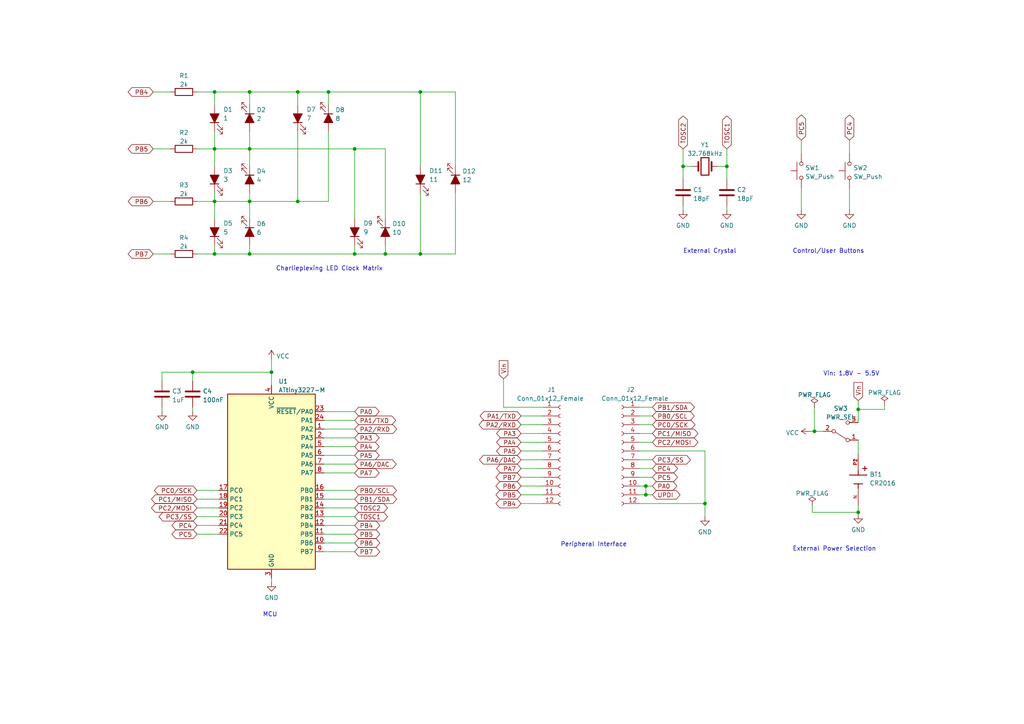
<source format=kicad_sch>
(kicad_sch (version 20211123) (generator eeschema)
  (paper "A4")
  (title_block (title "tinyAVR 2-Series Business Card + Clock + Dev Board") (date "2024-05-10") (rev "1.0") (company "www.e-tinkers.com") (comment 1 "Hackaday 2024 Business Card Challenge Contest") (comment 2 "Designed By: Henry Cheung"))
  (lib_symbols
    (symbol "Connector:Conn_01x12_Female" (pin_names (offset 1.016) hide)
      (property "Reference" "J" (at 0 15.24 0))
      (property "Value" "Conn_01x12_Female" (at 0 -17.78 0))
      (symbol "Conn_01x12_Female_1_1"
        (arc (start 0 -14.732) (mid -0.508 -15.24) (end 0 -15.748) (stroke (width 0.1524)))
        (arc (start 0 -12.192) (mid -0.508 -12.7) (end 0 -13.208) (stroke (width 0.1524)))
        (arc (start 0 -9.652) (mid -0.508 -10.16) (end 0 -10.668) (stroke (width 0.1524)))
        (arc (start 0 -7.112) (mid -0.508 -7.62) (end 0 -8.128) (stroke (width 0.1524)))
        (arc (start 0 -4.572) (mid -0.508 -5.08) (end 0 -5.588) (stroke (width 0.1524)))
        (arc (start 0 -2.032) (mid -0.508 -2.54) (end 0 -3.048) (stroke (width 0.1524)))
        (polyline (pts (xy -1.27 -15.24) (xy -0.508 -15.24)) (stroke (width 0.1524)))
        (polyline (pts (xy -1.27 -12.7) (xy -0.508 -12.7)) (stroke (width 0.1524)))
        (polyline (pts (xy -1.27 -10.16) (xy -0.508 -10.16)) (stroke (width 0.1524)))
        (polyline (pts (xy -1.27 -7.62) (xy -0.508 -7.62)) (stroke (width 0.1524)))
        (polyline (pts (xy -1.27 -5.08) (xy -0.508 -5.08)) (stroke (width 0.1524)))
        (polyline (pts (xy -1.27 -2.54) (xy -0.508 -2.54)) (stroke (width 0.1524)))
        (polyline (pts (xy -1.27 0) (xy -0.508 0)) (stroke (width 0.1524)))
        (polyline (pts (xy -1.27 2.54) (xy -0.508 2.54)) (stroke (width 0.1524)))
        (polyline (pts (xy -1.27 5.08) (xy -0.508 5.08)) (stroke (width 0.1524)))
        (polyline (pts (xy -1.27 7.62) (xy -0.508 7.62)) (stroke (width 0.1524)))
        (polyline (pts (xy -1.27 10.16) (xy -0.508 10.16)) (stroke (width 0.1524)))
        (polyline (pts (xy -1.27 12.7) (xy -0.508 12.7)) (stroke (width 0.1524)))
        (arc (start 0 0.508) (mid -0.508 0) (end 0 -0.508) (stroke (width 0.1524)))
        (arc (start 0 3.048) (mid -0.508 2.54) (end 0 2.032) (stroke (width 0.1524)))
        (arc (start 0 5.588) (mid -0.508 5.08) (end 0 4.572) (stroke (width 0.1524)))
        (arc (start 0 8.128) (mid -0.508 7.62) (end 0 7.112) (stroke (width 0.1524)))
        (arc (start 0 10.668) (mid -0.508 10.16) (end 0 9.652) (stroke (width 0.1524)))
        (arc (start 0 13.208) (mid -0.508 12.7) (end 0 12.192) (stroke (width 0.1524)))
        (pin passive line (at -5.08 12.7 0) (length 3.81) (name "Pin_1") (number "1"))
        (pin passive line (at -5.08 -10.16 0) (length 3.81) (name "Pin_10") (number "10"))
        (pin passive line (at -5.08 -12.7 0) (length 3.81) (name "Pin_11") (number "11"))
        (pin passive line (at -5.08 -15.24 0) (length 3.81) (name "Pin_12") (number "12"))
        (pin passive line (at -5.08 10.16 0) (length 3.81) (name "Pin_2") (number "2"))
        (pin passive line (at -5.08 7.62 0) (length 3.81) (name "Pin_3") (number "3"))
        (pin passive line (at -5.08 5.08 0) (length 3.81) (name "Pin_4") (number "4"))
        (pin passive line (at -5.08 2.54 0) (length 3.81) (name "Pin_5") (number "5"))
        (pin passive line (at -5.08 0 0) (length 3.81) (name "Pin_6") (number "6"))
        (pin passive line (at -5.08 -2.54 0) (length 3.81) (name "Pin_7") (number "7"))
        (pin passive line (at -5.08 -5.08 0) (length 3.81) (name "Pin_8") (number "8"))
        (pin passive line (at -5.08 -7.62 0) (length 3.81) (name "Pin_9") (number "9"))
      )
    )
    (symbol "Device:C" (pin_numbers hide) (pin_names (offset 0.254))
      (property "Reference" "C" (at 0.635 2.54 0))
      (property "Value" "C" (at 0.635 -2.54 0))
      (symbol "C_0_1"
        (polyline (pts (xy -2.032 -0.762) (xy 2.032 -0.762)) (stroke (width 0.508)))
        (polyline (pts (xy -2.032 0.762) (xy 2.032 0.762)) (stroke (width 0.508)))
      )
      (symbol "C_1_1"
        (pin passive line (at 0 3.81 270) (length 2.794) (name "~") (number "1"))
        (pin passive line (at 0 -3.81 90) (length 2.794) (name "~") (number "2"))
      )
    )
    (symbol "Device:Crystal" (pin_numbers hide) (pin_names (offset 1.016) hide)
      (property "Reference" "Y" (at 0 3.81 0))
      (property "Value" "Crystal" (at 0 -3.81 0))
      (symbol "Crystal_0_1"
        (rectangle (start -1.143 2.54) (end 1.143 -2.54) (stroke (width 0.3048)))
        (polyline (pts (xy -2.54 0) (xy -1.905 0)))
        (polyline (pts (xy -1.905 -1.27) (xy -1.905 1.27)) (stroke (width 0.508)))
        (polyline (pts (xy 1.905 -1.27) (xy 1.905 1.27)) (stroke (width 0.508)))
        (polyline (pts (xy 2.54 0) (xy 1.905 0)))
      )
      (symbol "Crystal_1_1"
        (pin passive line (at -3.81 0 0) (length 1.27) (name "1") (number "1"))
        (pin passive line (at 3.81 0 180) (length 1.27) (name "2") (number "2"))
      )
    )
    (symbol "Device:LED_Filled" (pin_numbers hide) (pin_names (offset 1.016) hide)
      (property "Reference" "D" (at 0 2.54 0))
      (property "Value" "LED_Filled" (at 0 -2.54 0))
      (symbol "LED_Filled_0_1"
        (polyline (pts (xy -1.27 -1.27) (xy -1.27 1.27)) (stroke (width 0.254)))
        (polyline (pts (xy -1.27 0) (xy 1.27 0)))
        (polyline (pts (xy 1.27 -1.27) (xy 1.27 1.27) (xy -1.27 0) (xy 1.27 -1.27)) (stroke (width 0.254)) (fill (type outline)))
        (polyline (pts (xy -3.048 -0.762) (xy -4.572 -2.286) (xy -3.81 -2.286) (xy -4.572 -2.286) (xy -4.572 -1.524)))
        (polyline (pts (xy -1.778 -0.762) (xy -3.302 -2.286) (xy -2.54 -2.286) (xy -3.302 -2.286) (xy -3.302 -1.524)))
      )
      (symbol "LED_Filled_1_1"
        (pin passive line (at -3.81 0 0) (length 2.54) (name "K") (number "1"))
        (pin passive line (at 3.81 0 180) (length 2.54) (name "A") (number "2"))
      )
    )
    (symbol "Device:R" (pin_numbers hide) (pin_names (offset 0))
      (property "Reference" "R" (at 2.032 0 90))
      (property "Value" "R" (at 0 0 90))
      (symbol "R_0_1"
        (rectangle (start -1.016 -2.54) (end 1.016 2.54) (stroke (width 0.254)))
      )
      (symbol "R_1_1"
        (pin passive line (at 0 3.81 270) (length 1.27) (name "~") (number "1"))
        (pin passive line (at 0 -3.81 90) (length 1.27) (name "~") (number "2"))
      )
    )
    (symbol "MCU_Microchip_ATtiny:ATtiny3217-M"
      (property "Reference" "U" (at -12.7 26.67 0))
      (property "Value" "ATtiny3217-M" (at 2.54 -26.67 0))
      (symbol "ATtiny3217-M_0_1"
        (rectangle (start -12.7 -25.4) (end 12.7 25.4) (stroke (width 0.254)) (fill (type background)))
      )
      (symbol "ATtiny3217-M_1_1"
        (pin bidirectional line (at 15.24 15.24 180) (length 2.54) (name "PA2") (number "1"))
        (pin bidirectional line (at 15.24 -17.78 180) (length 2.54) (name "PB6") (number "10"))
        (pin bidirectional line (at 15.24 -15.24 180) (length 2.54) (name "PB5") (number "11"))
        (pin bidirectional line (at 15.24 -12.7 180) (length 2.54) (name "PB4") (number "12"))
        (pin bidirectional line (at 15.24 -10.16 180) (length 2.54) (name "PB3") (number "13"))
        (pin bidirectional line (at 15.24 -7.62 180) (length 2.54) (name "PB2") (number "14"))
        (pin bidirectional line (at 15.24 -5.08 180) (length 2.54) (name "PB1") (number "15"))
        (pin bidirectional line (at 15.24 -2.54 180) (length 2.54) (name "PB0") (number "16"))
        (pin bidirectional line (at -15.24 -2.54 0) (length 2.54) (name "PC0") (number "17"))
        (pin bidirectional line (at -15.24 -5.08 0) (length 2.54) (name "PC1") (number "18"))
        (pin bidirectional line (at -15.24 -7.62 0) (length 2.54) (name "PC2") (number "19"))
        (pin bidirectional line (at 15.24 12.7 180) (length 2.54) (name "PA3") (number "2"))
        (pin bidirectional line (at -15.24 -10.16 0) (length 2.54) (name "PC3") (number "20"))
        (pin bidirectional line (at -15.24 -12.7 0) (length 2.54) (name "PC4") (number "21"))
        (pin bidirectional line (at -15.24 -15.24 0) (length 2.54) (name "PC5") (number "22"))
        (pin bidirectional line (at 15.24 20.32 180) (length 2.54) (name "~{RESET}/PA0") (number "23"))
        (pin bidirectional line (at 15.24 17.78 180) (length 2.54) (name "PA1") (number "24"))
        (pin passive line (at 0 -27.94 90) (length 2.54) hide (name "GND") (number "25"))
        (pin power_in line (at 0 -27.94 90) (length 2.54) (name "GND") (number "3"))
        (pin power_in line (at 0 27.94 270) (length 2.54) (name "VCC") (number "4"))
        (pin bidirectional line (at 15.24 10.16 180) (length 2.54) (name "PA4") (number "5"))
        (pin bidirectional line (at 15.24 7.62 180) (length 2.54) (name "PA5") (number "6"))
        (pin bidirectional line (at 15.24 5.08 180) (length 2.54) (name "PA6") (number "7"))
        (pin bidirectional line (at 15.24 2.54 180) (length 2.54) (name "PA7") (number "8"))
        (pin bidirectional line (at 15.24 -20.32 180) (length 2.54) (name "PB7") (number "9"))
      )
    )
    (symbol "Switch:SW_Push" (pin_numbers hide) (pin_names (offset 1.016) hide)
      (property "Reference" "SW" (at 1.27 2.54 0))
      (property "Value" "SW_Push" (at 0 -1.524 0))
      (symbol "SW_Push_0_1"
        (circle (center -2.032 0) (radius 0.508))
        (polyline (pts (xy 0 1.27) (xy 0 3.048)))
        (polyline (pts (xy 2.54 1.27) (xy -2.54 1.27)))
        (circle (center 2.032 0) (radius 0.508))
        (pin passive line (at -5.08 0 0) (length 2.54) (name "1") (number "1"))
        (pin passive line (at 5.08 0 180) (length 2.54) (name "2") (number "2"))
      )
    )
    (symbol "Switch:SW_SPDT" (pin_names (offset 0) hide)
      (property "Reference" "SW" (at 0 4.318 0))
      (property "Value" "SW_SPDT" (at 0 -5.08 0))
      (symbol "SW_SPDT_0_0"
        (circle (center -2.032 0) (radius 0.508))
        (circle (center 2.032 -2.54) (radius 0.508))
      )
      (symbol "SW_SPDT_0_1"
        (polyline (pts (xy -1.524 0.254) (xy 1.651 2.286)))
        (circle (center 2.032 2.54) (radius 0.508))
      )
      (symbol "SW_SPDT_1_1"
        (pin passive line (at 5.08 2.54 180) (length 2.54) (name "A") (number "1"))
        (pin passive line (at -5.08 0 0) (length 2.54) (name "B") (number "2"))
        (pin passive line (at 5.08 -2.54 180) (length 2.54) (name "C") (number "3"))
      )
    )
    (symbol "my_library:BatteryHolder_Coin_Cell" (pin_names (offset 1.016))
      (property "Reference" "BT" (at -3.81 3.81 0))
      (property "Value" "BatteryHolder_Coin_Cell" (at -3.81 -5.08 0))
      (symbol "BatteryHolder_Coin_Cell_0_0"
        (polyline (pts (xy -3.81 1.905) (xy -2.54 1.905)) (stroke (width 0.254)))
        (polyline (pts (xy -3.175 2.54) (xy -3.175 1.27)) (stroke (width 0.254)))
        (polyline (pts (xy -1.27 0) (xy -2.54 0)) (stroke (width 0.254)))
        (polyline (pts (xy -1.27 0) (xy -1.27 -2.54)) (stroke (width 0.254)))
        (polyline (pts (xy -1.27 2.54) (xy -1.27 0)) (stroke (width 0.254)))
        (polyline (pts (xy 1.27 0) (xy 1.27 -1.27)) (stroke (width 0.254)))
        (polyline (pts (xy 1.27 0) (xy 2.54 0)) (stroke (width 0.254)))
        (polyline (pts (xy 1.27 1.27) (xy 1.27 0)) (stroke (width 0.254)))
        (pin passive line (at 7.62 0 180) (length 5.08) (name "~") (number "N"))
        (pin passive line (at -7.62 0 0) (length 5.08) (name "~") (number "P1"))
        (pin passive line (at -7.62 0 0) (length 5.08) (name "~") (number "P2"))
      )
    )
    (symbol "power:GND" (power) (pin_names (offset 0))
      (property "Value" "GND" (at 0 -3.81 0))
      (symbol "GND_0_1"
        (polyline (pts (xy 0 0) (xy 0 -1.27) (xy 1.27 -1.27) (xy 0 -2.54) (xy -1.27 -1.27) (xy 0 -1.27)))
      )
      (symbol "GND_1_1"
        (pin power_in line (at 0 0 270) (length 0) hide (name "GND") (number "1"))
      )
    )
    (symbol "power:PWR_FLAG" (power) (pin_numbers hide) (pin_names (offset 0) hide)
      (property "Value" "PWR_FLAG" (at 0 3.81 0))
      (symbol "PWR_FLAG_0_0"
        (pin power_out line (at 0 0 90) (length 0) (name "pwr") (number "1"))
      )
      (symbol "PWR_FLAG_0_1"
        (polyline (pts (xy 0 0) (xy 0 1.27) (xy -1.016 1.905) (xy 0 2.54) (xy 1.016 1.905) (xy 0 1.27)))
      )
    )
    (symbol "power:VCC" (power) (pin_names (offset 0))
      (property "Value" "VCC" (at 0 3.81 0))
      (symbol "VCC_0_1"
        (polyline (pts (xy -0.762 1.27) (xy 0 2.54)))
        (polyline (pts (xy 0 0) (xy 0 2.54)))
        (polyline (pts (xy 0 2.54) (xy 0.762 1.27)))
      )
      (symbol "VCC_1_1"
        (pin power_in line (at 0 0 90) (length 0) hide (name "VCC") (number "1"))
      )
    )
  )
  (junction (at 62.23 43.18))
  (junction (at 72.39 58.42))
  (junction (at 86.36 58.42))
  (junction (at 78.74 107.95))
  (junction (at 62.23 58.42))
  (junction (at 72.39 26.67))
  (junction (at 102.87 73.66))
  (junction (at 121.92 73.66))
  (junction (at 95.25 26.67))
  (junction (at 187.325 143.51))
  (junction (at 86.36 26.67))
  (junction (at 204.47 146.05))
  (junction (at 55.88 107.95))
  (junction (at 62.23 26.67))
  (junction (at 187.325 140.97))
  (junction (at 236.22 125.095))
  (junction (at 248.92 118.745))
  (junction (at 62.23 73.66))
  (junction (at 198.12 48.26))
  (junction (at 210.82 48.26))
  (junction (at 111.76 73.66))
  (junction (at 121.92 26.67))
  (junction (at 102.87 43.18))
  (junction (at 72.39 73.66))
  (junction (at 248.92 148.59))
  (junction (at 72.39 43.18))
  (wire (pts (xy 185.42 128.27) (xy 189.23 128.27)))
  (wire (pts (xy 246.38 40.64) (xy 246.38 44.45)))
  (wire (pts (xy 57.15 149.86) (xy 63.5 149.86)))
  (wire (pts (xy 93.98 134.62) (xy 102.87 134.62)))
  (wire (pts (xy 102.87 43.18) (xy 111.76 43.18)))
  (wire (pts (xy 78.74 167.64) (xy 78.74 168.91)))
  (wire (pts (xy 198.12 48.26) (xy 200.66 48.26)))
  (wire (pts (xy 93.98 132.08) (xy 102.87 132.08)))
  (wire (pts (xy 185.42 133.35) (xy 189.23 133.35)))
  (wire (pts (xy 132.08 26.67) (xy 121.92 26.67)))
  (wire (pts (xy 78.74 107.95) (xy 55.88 107.95)))
  (wire (pts (xy 256.54 117.475) (xy 256.54 118.745)))
  (wire (pts (xy 151.13 140.97) (xy 157.48 140.97)))
  (wire (pts (xy 72.39 43.18) (xy 72.39 48.26)))
  (wire (pts (xy 62.23 73.66) (xy 72.39 73.66)))
  (wire (pts (xy 208.28 48.26) (xy 210.82 48.26)))
  (wire (pts (xy 121.92 26.67) (xy 121.92 48.26)))
  (wire (pts (xy 210.82 59.69) (xy 210.82 60.96)))
  (wire (pts (xy 62.23 58.42) (xy 72.39 58.42)))
  (wire (pts (xy 93.98 144.78) (xy 102.87 144.78)))
  (wire (pts (xy 57.15 147.32) (xy 63.5 147.32)))
  (wire (pts (xy 185.42 143.51) (xy 187.325 143.51)))
  (wire (pts (xy 55.88 107.95) (xy 55.88 110.49)))
  (wire (pts (xy 151.13 120.65) (xy 157.48 120.65)))
  (wire (pts (xy 151.13 138.43) (xy 157.48 138.43)))
  (wire (pts (xy 185.42 146.05) (xy 204.47 146.05)))
  (wire (pts (xy 93.98 124.46) (xy 102.87 124.46)))
  (wire (pts (xy 151.13 125.73) (xy 157.48 125.73)))
  (wire (pts (xy 57.15 73.66) (xy 62.23 73.66)))
  (wire (pts (xy 57.15 58.42) (xy 62.23 58.42)))
  (wire (pts (xy 95.25 26.67) (xy 86.36 26.67)))
  (wire (pts (xy 185.42 125.73) (xy 189.23 125.73)))
  (wire (pts (xy 248.92 146.685) (xy 248.92 148.59)))
  (wire (pts (xy 72.39 55.88) (xy 72.39 58.42)))
  (wire (pts (xy 57.15 43.18) (xy 62.23 43.18)))
  (wire (pts (xy 62.23 26.67) (xy 62.23 30.48)))
  (wire (pts (xy 185.42 120.65) (xy 189.23 120.65)))
  (wire (pts (xy 248.92 118.745) (xy 248.92 122.555)))
  (wire (pts (xy 185.42 118.11) (xy 189.23 118.11)))
  (wire (pts (xy 62.23 58.42) (xy 62.23 63.5)))
  (wire (pts (xy 121.92 26.67) (xy 95.25 26.67)))
  (wire (pts (xy 57.15 144.78) (xy 63.5 144.78)))
  (wire (pts (xy 93.98 157.48) (xy 102.87 157.48)))
  (wire (pts (xy 187.325 143.51) (xy 189.23 143.51)))
  (wire (pts (xy 93.98 147.32) (xy 102.87 147.32)))
  (wire (pts (xy 62.23 43.18) (xy 62.23 48.26)))
  (wire (pts (xy 86.36 26.67) (xy 72.39 26.67)))
  (wire (pts (xy 78.74 104.14) (xy 78.74 107.95)))
  (wire (pts (xy 210.82 48.26) (xy 210.82 52.07)))
  (wire (pts (xy 93.98 127) (xy 102.87 127)))
  (wire (pts (xy 234.95 125.095) (xy 236.22 125.095)))
  (wire (pts (xy 93.98 121.92) (xy 102.87 121.92)))
  (wire (pts (xy 235.585 148.59) (xy 248.92 148.59)))
  (wire (pts (xy 236.22 118.11) (xy 236.22 125.095)))
  (wire (pts (xy 72.39 73.66) (xy 102.87 73.66)))
  (wire (pts (xy 93.98 129.54) (xy 102.87 129.54)))
  (wire (pts (xy 151.13 133.35) (xy 157.48 133.35)))
  (wire (pts (xy 55.88 118.11) (xy 55.88 119.38)))
  (wire (pts (xy 121.92 73.66) (xy 132.08 73.66)))
  (wire (pts (xy 93.98 152.4) (xy 102.87 152.4)))
  (wire (pts (xy 95.25 26.67) (xy 95.25 30.48)))
  (wire (pts (xy 72.39 58.42) (xy 72.39 63.5)))
  (wire (pts (xy 72.39 43.18) (xy 102.87 43.18)))
  (wire (pts (xy 44.45 26.67) (xy 49.53 26.67)))
  (wire (pts (xy 132.08 73.66) (xy 132.08 55.88)))
  (wire (pts (xy 86.36 58.42) (xy 95.25 58.42)))
  (wire (pts (xy 198.12 59.69) (xy 198.12 60.96)))
  (wire (pts (xy 57.15 142.24) (xy 63.5 142.24)))
  (wire (pts (xy 78.74 107.95) (xy 78.74 111.76)))
  (wire (pts (xy 55.88 107.95) (xy 46.99 107.95)))
  (wire (pts (xy 187.325 140.97) (xy 187.325 143.51)))
  (wire (pts (xy 95.25 58.42) (xy 95.25 38.1)))
  (wire (pts (xy 232.41 54.61) (xy 232.41 60.96)))
  (wire (pts (xy 111.76 71.12) (xy 111.76 73.66)))
  (wire (pts (xy 151.13 146.05) (xy 157.48 146.05)))
  (wire (pts (xy 111.76 73.66) (xy 121.92 73.66)))
  (wire (pts (xy 151.13 130.81) (xy 157.48 130.81)))
  (wire (pts (xy 62.23 38.1) (xy 62.23 43.18)))
  (wire (pts (xy 111.76 43.18) (xy 111.76 63.5)))
  (wire (pts (xy 93.98 119.38) (xy 102.87 119.38)))
  (wire (pts (xy 93.98 137.16) (xy 102.87 137.16)))
  (wire (pts (xy 93.98 160.02) (xy 102.87 160.02)))
  (wire (pts (xy 46.99 107.95) (xy 46.99 110.49)))
  (wire (pts (xy 236.22 125.095) (xy 238.76 125.095)))
  (wire (pts (xy 146.05 118.11) (xy 157.48 118.11)))
  (wire (pts (xy 151.13 135.89) (xy 157.48 135.89)))
  (wire (pts (xy 185.42 140.97) (xy 187.325 140.97)))
  (wire (pts (xy 72.39 38.1) (xy 72.39 43.18)))
  (wire (pts (xy 146.05 109.855) (xy 146.05 118.11)))
  (wire (pts (xy 102.87 73.66) (xy 111.76 73.66)))
  (wire (pts (xy 62.23 55.88) (xy 62.23 58.42)))
  (wire (pts (xy 151.13 143.51) (xy 157.48 143.51)))
  (wire (pts (xy 151.13 123.19) (xy 157.48 123.19)))
  (wire (pts (xy 44.45 73.66) (xy 49.53 73.66)))
  (wire (pts (xy 246.38 54.61) (xy 246.38 60.96)))
  (wire (pts (xy 62.23 43.18) (xy 72.39 43.18)))
  (wire (pts (xy 44.45 43.18) (xy 49.53 43.18)))
  (wire (pts (xy 72.39 26.67) (xy 62.23 26.67)))
  (wire (pts (xy 44.45 58.42) (xy 49.53 58.42)))
  (wire (pts (xy 102.87 71.12) (xy 102.87 73.66)))
  (wire (pts (xy 93.98 149.86) (xy 102.87 149.86)))
  (wire (pts (xy 248.92 116.205) (xy 248.92 118.745)))
  (wire (pts (xy 185.42 138.43) (xy 189.23 138.43)))
  (wire (pts (xy 198.12 43.18) (xy 198.12 48.26)))
  (wire (pts (xy 210.82 43.18) (xy 210.82 48.26)))
  (wire (pts (xy 248.92 127.635) (xy 248.92 131.445)))
  (wire (pts (xy 232.41 40.64) (xy 232.41 44.45)))
  (wire (pts (xy 86.36 26.67) (xy 86.36 30.48)))
  (wire (pts (xy 248.92 148.59) (xy 248.92 149.225)))
  (wire (pts (xy 57.15 26.67) (xy 62.23 26.67)))
  (wire (pts (xy 102.87 43.18) (xy 102.87 63.5)))
  (wire (pts (xy 256.54 118.745) (xy 248.92 118.745)))
  (wire (pts (xy 235.585 146.685) (xy 235.585 148.59)))
  (wire (pts (xy 132.08 48.26) (xy 132.08 26.67)))
  (wire (pts (xy 93.98 142.24) (xy 102.87 142.24)))
  (wire (pts (xy 198.12 48.26) (xy 198.12 52.07)))
  (wire (pts (xy 204.47 130.81) (xy 204.47 146.05)))
  (wire (pts (xy 57.15 152.4) (xy 63.5 152.4)))
  (wire (pts (xy 204.47 146.05) (xy 204.47 149.86)))
  (wire (pts (xy 185.42 123.19) (xy 189.23 123.19)))
  (wire (pts (xy 72.39 58.42) (xy 86.36 58.42)))
  (wire (pts (xy 121.92 55.88) (xy 121.92 73.66)))
  (wire (pts (xy 57.15 154.94) (xy 63.5 154.94)))
  (wire (pts (xy 72.39 71.12) (xy 72.39 73.66)))
  (wire (pts (xy 72.39 26.67) (xy 72.39 30.48)))
  (wire (pts (xy 93.98 154.94) (xy 102.87 154.94)))
  (wire (pts (xy 185.42 135.89) (xy 189.23 135.89)))
  (wire (pts (xy 151.13 128.27) (xy 157.48 128.27)))
  (wire (pts (xy 187.325 140.97) (xy 189.23 140.97)))
  (wire (pts (xy 185.42 130.81) (xy 204.47 130.81)))
  (wire (pts (xy 86.36 38.1) (xy 86.36 58.42)))
  (wire (pts (xy 46.99 118.11) (xy 46.99 119.38)))
  (wire (pts (xy 62.23 71.12) (xy 62.23 73.66)))
  (text "External Crystal" (at 198.12 73.66 0) (effects (font (size 1.27 1.27)) (justify left bottom)))
  (text "MCU" (at 76.2 179.07 0) (effects (font (size 1.27 1.27)) (justify left bottom)))
  (text "Control/User Buttons" (at 229.87 73.66 0) (effects (font (size 1.27 1.27)) (justify left bottom)))
  (text "Peripheral Interface" (at 162.56 158.75 0) (effects (font (size 1.27 1.27)) (justify left bottom)))
  (text "Vin: 1.8V - 5.5V" (at 238.76 109.22 0) (effects (font (size 1.27 1.27)) (justify left bottom)))
  (text "Charlieplexing LED Clock Matrix" (at 80.01 78.74 0) (effects (font (size 1.27 1.27)) (justify left bottom)))
  (text "External Power Selection" (at 229.87 160.02 0) (effects (font (size 1.27 1.27)) (justify left bottom)))
  (global_label "PB4" (shape bidirectional) (at 102.87 152.4 0) (property "Intersheet References" "${INTERSHEET_REFS}" (effects hide)))
  (global_label "PB7" (shape bidirectional) (at 151.13 138.43 180) (property "Intersheet References" "${INTERSHEET_REFS}" (effects hide)))
  (global_label "PB1{slash}SDA" (shape bidirectional) (at 189.23 118.11 0) (property "Intersheet References" "${INTERSHEET_REFS}" (effects hide)))
  (global_label "PA1{slash}TXD" (shape bidirectional) (at 102.87 121.92 0) (property "Intersheet References" "${INTERSHEET_REFS}" (effects hide)))
  (global_label "PA7" (shape bidirectional) (at 102.87 137.16 0) (property "Intersheet References" "${INTERSHEET_REFS}" (effects hide)))
  (global_label "UPDI" (shape bidirectional) (at 189.23 143.51 0) (property "Intersheet References" "${INTERSHEET_REFS}" (effects hide)))
  (global_label "PA5" (shape bidirectional) (at 102.87 132.08 0) (property "Intersheet References" "${INTERSHEET_REFS}" (effects hide)))
  (global_label "PA0" (shape bidirectional) (at 189.23 140.97 0) (property "Intersheet References" "${INTERSHEET_REFS}" (effects hide)))
  (global_label "PC3{slash}SS" (shape bidirectional) (at 189.23 133.35 0) (property "Intersheet References" "${INTERSHEET_REFS}" (effects hide)))
  (global_label "PA3" (shape bidirectional) (at 151.13 125.73 180) (property "Intersheet References" "${INTERSHEET_REFS}" (effects hide)))
  (global_label "PC1{slash}MISO" (shape bidirectional) (at 57.15 144.78 180) (property "Intersheet References" "${INTERSHEET_REFS}" (effects hide)))
  (global_label "Vin" (shape input) (at 248.92 116.205 90) (property "Intersheet References" "${INTERSHEET_REFS}" (effects hide)))
  (global_label "PA6{slash}DAC" (shape bidirectional) (at 102.87 134.62 0) (property "Intersheet References" "${INTERSHEET_REFS}" (effects hide)))
  (global_label "PC5" (shape bidirectional) (at 57.15 154.94 180) (property "Intersheet References" "${INTERSHEET_REFS}" (effects hide)))
  (global_label "TOSC1" (shape bidirectional) (at 102.87 149.86 0) (property "Intersheet References" "${INTERSHEET_REFS}" (effects hide)))
  (global_label "TOSC2" (shape bidirectional) (at 102.87 147.32 0) (property "Intersheet References" "${INTERSHEET_REFS}" (effects hide)))
  (global_label "PB6" (shape bidirectional) (at 151.13 140.97 180) (property "Intersheet References" "${INTERSHEET_REFS}" (effects hide)))
  (global_label "TOSC2" (shape bidirectional) (at 198.12 43.18 90) (property "Intersheet References" "${INTERSHEET_REFS}" (effects hide)))
  (global_label "PC4" (shape bidirectional) (at 246.38 40.64 90) (property "Intersheet References" "${INTERSHEET_REFS}" (effects hide)))
  (global_label "PC5" (shape bidirectional) (at 189.23 138.43 0) (property "Intersheet References" "${INTERSHEET_REFS}" (effects hide)))
  (global_label "PB0{slash}SCL" (shape bidirectional) (at 189.23 120.65 0) (property "Intersheet References" "${INTERSHEET_REFS}" (effects hide)))
  (global_label "PB4" (shape bidirectional) (at 44.45 26.67 180) (property "Intersheet References" "${INTERSHEET_REFS}" (effects hide)))
  (global_label "PC0{slash}SCK" (shape bidirectional) (at 57.15 142.24 180) (property "Intersheet References" "${INTERSHEET_REFS}" (effects hide)))
  (global_label "PB5" (shape bidirectional) (at 44.45 43.18 180) (property "Intersheet References" "${INTERSHEET_REFS}" (effects hide)))
  (global_label "PB6" (shape bidirectional) (at 44.45 58.42 180) (property "Intersheet References" "${INTERSHEET_REFS}" (effects hide)))
  (global_label "PC2{slash}MOSI" (shape bidirectional) (at 57.15 147.32 180) (property "Intersheet References" "${INTERSHEET_REFS}" (effects hide)))
  (global_label "PB5" (shape bidirectional) (at 151.13 143.51 180) (property "Intersheet References" "${INTERSHEET_REFS}" (effects hide)))
  (global_label "PA1{slash}TXD" (shape bidirectional) (at 151.13 120.65 180) (property "Intersheet References" "${INTERSHEET_REFS}" (effects hide)))
  (global_label "PB5" (shape bidirectional) (at 102.87 154.94 0) (property "Intersheet References" "${INTERSHEET_REFS}" (effects hide)))
  (global_label "PC3{slash}SS" (shape bidirectional) (at 57.15 149.86 180) (property "Intersheet References" "${INTERSHEET_REFS}" (effects hide)))
  (global_label "PB6" (shape bidirectional) (at 102.87 157.48 0) (property "Intersheet References" "${INTERSHEET_REFS}" (effects hide)))
  (global_label "PB7" (shape bidirectional) (at 44.45 73.66 180) (property "Intersheet References" "${INTERSHEET_REFS}" (effects hide)))
  (global_label "PA6{slash}DAC" (shape bidirectional) (at 151.13 133.35 180) (property "Intersheet References" "${INTERSHEET_REFS}" (effects hide)))
  (global_label "PA4" (shape bidirectional) (at 151.13 128.27 180) (property "Intersheet References" "${INTERSHEET_REFS}" (effects hide)))
  (global_label "PB1{slash}SDA" (shape bidirectional) (at 102.87 144.78 0) (property "Intersheet References" "${INTERSHEET_REFS}" (effects hide)))
  (global_label "PA5" (shape bidirectional) (at 151.13 130.81 180) (property "Intersheet References" "${INTERSHEET_REFS}" (effects hide)))
  (global_label "TOSC1" (shape bidirectional) (at 210.82 43.18 90) (property "Intersheet References" "${INTERSHEET_REFS}" (effects hide)))
  (global_label "PA7" (shape bidirectional) (at 151.13 135.89 180) (property "Intersheet References" "${INTERSHEET_REFS}" (effects hide)))
  (global_label "PA3" (shape bidirectional) (at 102.87 127 0) (property "Intersheet References" "${INTERSHEET_REFS}" (effects hide)))
  (global_label "PC1{slash}MISO" (shape bidirectional) (at 189.23 125.73 0) (property "Intersheet References" "${INTERSHEET_REFS}" (effects hide)))
  (global_label "PC4" (shape bidirectional) (at 189.23 135.89 0) (property "Intersheet References" "${INTERSHEET_REFS}" (effects hide)))
  (global_label "PC5" (shape bidirectional) (at 232.41 40.64 90) (property "Intersheet References" "${INTERSHEET_REFS}" (effects hide)))
  (global_label "Vin" (shape input) (at 146.05 109.855 90) (property "Intersheet References" "${INTERSHEET_REFS}" (effects hide)))
  (global_label "PC2{slash}MOSI" (shape bidirectional) (at 189.23 128.27 0) (property "Intersheet References" "${INTERSHEET_REFS}" (effects hide)))
  (global_label "PB7" (shape bidirectional) (at 102.87 160.02 0) (property "Intersheet References" "${INTERSHEET_REFS}" (effects hide)))
  (global_label "PB0{slash}SCL" (shape bidirectional) (at 102.87 142.24 0) (property "Intersheet References" "${INTERSHEET_REFS}" (effects hide)))
  (global_label "PC0{slash}SCK" (shape bidirectional) (at 189.23 123.19 0) (property "Intersheet References" "${INTERSHEET_REFS}" (effects hide)))
  (global_label "PA4" (shape bidirectional) (at 102.87 129.54 0) (property "Intersheet References" "${INTERSHEET_REFS}" (effects hide)))
  (global_label "PA2{slash}RXD" (shape bidirectional) (at 102.87 124.46 0) (property "Intersheet References" "${INTERSHEET_REFS}" (effects hide)))
  (global_label "PA0" (shape bidirectional) (at 102.87 119.38 0) (property "Intersheet References" "${INTERSHEET_REFS}" (effects hide)))
  (global_label "PC4" (shape bidirectional) (at 57.15 152.4 180) (property "Intersheet References" "${INTERSHEET_REFS}" (effects hide)))
  (global_label "PB4" (shape bidirectional) (at 151.13 146.05 180) (property "Intersheet References" "${INTERSHEET_REFS}" (effects hide)))
  (global_label "PA2{slash}RXD" (shape bidirectional) (at 151.13 123.19 180) (property "Intersheet References" "${INTERSHEET_REFS}" (effects hide)))
  (symbol (lib_id "power:PWR_FLAG") (at 235.585 146.685 0) (unit 1)
    (property "Reference" "#FLG03" (effects hide))
    (property "Value" "PWR_FLAG" (at 235.585 143.1092 0))
  )
  (symbol (lib_id "Connector:Conn_01x12_Female") (at 180.34 130.81 0) (mirror y) (unit 1)
    (property "Reference" "J2" (at 182.88 113.03 0))
    (property "Value" "Conn_01x12_Female" (at 184.15 115.57 0))
    (property "Footprint" "easyeda2kicad:HDR-SMD_12P-P2.54-H-F-L11.5" (effects hide))
  )
  (symbol (lib_id "Device:LED_Filled") (at 95.25 34.29 270) (unit 1)
    (property "Reference" "D8" (at 97.282 31.8678 90) (effects (justify left)))
    (property "Value" "8" (at 97.282 34.4047 90) (effects (justify left)))
    (property "Footprint" "LED_SMD:LED_0603_1608Metric" (effects hide))
  )
  (symbol (lib_id "Device:Crystal") (at 204.47 48.26 0) (unit 1)
    (property "Reference" "Y1" (at 204.47 41.9948 0))
    (property "Value" "32.768kHz" (at 204.47 44.5317 0))
    (property "Footprint" "Crystal:Crystal_SMD_3215-2Pin_3.2x1.5mm" (effects hide))
  )
  (symbol (lib_id "power:GND") (at 55.88 119.38 0) (unit 1)
    (property "Reference" "#PWR07" (effects hide))
    (property "Value" "GND" (at 55.88 123.8234 0))
  )
  (symbol (lib_id "power:PWR_FLAG") (at 236.22 118.11 0) (unit 1)
    (property "Reference" "#FLG02" (effects hide))
    (property "Value" "PWR_FLAG" (at 236.22 114.5342 0))
  )
  (symbol (lib_id "Switch:SW_Push") (at 232.41 49.53 90) (unit 1)
    (property "Reference" "SW1" (at 233.553 48.6953 90) (effects (justify right)))
    (property "Value" "SW_Push" (at 233.553 51.2322 90) (effects (justify right)))
    (property "Footprint" "easyeda2kicad:XKB_Connection_TS-1185-B-A-B-A" (effects hide))
  )
  (symbol (lib_id "power:GND") (at 248.92 149.225 0) (unit 1)
    (property "Reference" "#PWR010" (effects hide))
    (property "Value" "GND" (at 248.92 153.6684 0))
  )
  (symbol (lib_id "Device:LED_Filled") (at 62.23 34.29 90) (unit 1)
    (property "Reference" "D1" (at 64.77 31.7531 90) (effects (justify right)))
    (property "Value" "1" (at 64.77 34.29 90) (effects (justify right)))
    (property "Footprint" "LED_SMD:LED_0603_1608Metric" (effects hide))
  )
  (symbol (lib_id "power:GND") (at 210.82 60.96 0) (unit 1)
    (property "Reference" "#PWR02" (effects hide))
    (property "Value" "GND" (at 210.82 65.4034 0))
  )
  (symbol (lib_id "Device:R") (at 53.34 73.66 90) (unit 1)
    (property "Reference" "R4" (at 53.34 68.9442 90))
    (property "Value" "2k" (at 53.34 71.4811 90))
    (property "Footprint" "Resistor_SMD:R_0603_1608Metric" (effects hide))
  )
  (symbol (lib_id "Device:LED_Filled") (at 72.39 34.29 270) (unit 1)
    (property "Reference" "D2" (at 74.422 31.8678 90) (effects (justify left)))
    (property "Value" "2" (at 74.422 34.4047 90) (effects (justify left)))
    (property "Footprint" "LED_SMD:LED_0603_1608Metric" (effects hide))
  )
  (symbol (lib_id "Device:LED_Filled") (at 62.23 67.31 90) (unit 1)
    (property "Reference" "D5" (at 64.77 64.7731 90) (effects (justify right)))
    (property "Value" "5" (at 64.77 67.31 90) (effects (justify right)))
    (property "Footprint" "LED_SMD:LED_0603_1608Metric" (effects hide))
  )
  (symbol (lib_id "Device:C") (at 55.88 114.3 0) (unit 1)
    (property "Reference" "C4" (at 58.801 113.4653 0) (effects (justify left)))
    (property "Value" "100nF" (at 58.801 116.0022 0) (effects (justify left)))
    (property "Footprint" "Capacitor_SMD:C_0603_1608Metric" (effects hide))
  )
  (symbol (lib_id "power:GND") (at 198.12 60.96 0) (unit 1)
    (property "Reference" "#PWR01" (effects hide))
    (property "Value" "GND" (at 198.12 65.4034 0))
  )
  (symbol (lib_id "my_library:BatteryHolder_Coin_Cell") (at 248.92 139.065 270) (unit 1)
    (property "Reference" "BT1" (at 252.222 137.5953 90) (effects (justify left)))
    (property "Value" "CR2016" (at 252.222 140.1322 90) (effects (justify left)))
    (property "Footprint" "my_library:BatteryHolder_CR2016_SMD" (effects hide))
  )
  (symbol (lib_id "Device:LED_Filled") (at 132.08 52.07 270) (unit 1)
    (property "Reference" "D12" (at 134.112 49.6478 90) (effects (justify left)))
    (property "Value" "12" (at 134.112 52.1847 90) (effects (justify left)))
    (property "Footprint" "LED_SMD:LED_0603_1608Metric" (effects hide))
  )
  (symbol (lib_id "power:VCC") (at 234.95 125.095 90) (unit 1)
    (property "Reference" "#PWR08" (effects hide))
    (property "Value" "VCC" (at 231.775 125.5288 90) (effects (justify left)))
  )
  (symbol (lib_id "Device:R") (at 53.34 58.42 90) (unit 1)
    (property "Reference" "R3" (at 53.34 53.7042 90))
    (property "Value" "2k" (at 53.34 56.2411 90))
    (property "Footprint" "Resistor_SMD:R_0603_1608Metric" (effects hide))
  )
  (symbol (lib_id "Device:R") (at 53.34 43.18 90) (unit 1)
    (property "Reference" "R2" (at 53.34 38.4642 90))
    (property "Value" "2k" (at 53.34 41.0011 90))
    (property "Footprint" "Resistor_SMD:R_0603_1608Metric" (effects hide))
  )
  (symbol (lib_id "Device:C") (at 210.82 55.88 0) (unit 1)
    (property "Reference" "C2" (at 213.741 55.0453 0) (effects (justify left)))
    (property "Value" "18pF" (at 213.741 57.5822 0) (effects (justify left)))
    (property "Footprint" "Capacitor_SMD:C_0603_1608Metric" (effects hide))
  )
  (symbol (lib_id "power:GND") (at 78.74 168.91 0) (unit 1)
    (property "Reference" "#PWR011" (effects hide))
    (property "Value" "GND" (at 78.74 173.3534 0))
  )
  (symbol (lib_id "power:GND") (at 232.41 60.96 0) (unit 1)
    (property "Reference" "#PWR03" (effects hide))
    (property "Value" "GND" (at 232.41 65.4034 0))
  )
  (symbol (lib_id "MCU_Microchip_ATtiny:ATtiny3217-M") (at 78.74 139.7 0) (unit 1)
    (property "Reference" "U1" (at 80.7594 110.6002 0) (effects (justify left)))
    (property "Value" "ATtiny3227-M" (at 80.7594 113.1371 0) (effects (justify left)))
    (property "Footprint" "Package_DFN_QFN:QFN-24-1EP_4x4mm_P0.5mm_EP2.6x2.6mm" (effects hide))
    (property "Datasheet" "http://ww1.microchip.com/downloads/en/DeviceDoc/ATtiny3217_1617-Data-Sheet-40001999B.pdf" (effects hide))
  )
  (symbol (lib_id "power:GND") (at 204.47 149.86 0) (unit 1)
    (property "Reference" "#PWR09" (effects hide))
    (property "Value" "GND" (at 204.47 154.3034 0))
  )
  (symbol (lib_id "Device:LED_Filled") (at 86.36 34.29 90) (unit 1)
    (property "Reference" "D7" (at 88.9 31.75 90) (effects (justify right)))
    (property "Value" "7" (at 88.9 34.29 90) (effects (justify right)))
    (property "Footprint" "LED_SMD:LED_0603_1608Metric" (effects hide))
  )
  (symbol (lib_id "Device:LED_Filled") (at 72.39 67.31 270) (unit 1)
    (property "Reference" "D6" (at 74.422 64.8878 90) (effects (justify left)))
    (property "Value" "6" (at 74.422 67.4247 90) (effects (justify left)))
    (property "Footprint" "LED_SMD:LED_0603_1608Metric" (effects hide))
  )
  (symbol (lib_id "power:GND") (at 46.99 119.38 0) (unit 1)
    (property "Reference" "#PWR06" (effects hide))
    (property "Value" "GND" (at 46.99 123.8234 0))
  )
  (symbol (lib_id "power:GND") (at 246.38 60.96 0) (unit 1)
    (property "Reference" "#PWR04" (effects hide))
    (property "Value" "GND" (at 246.38 65.4034 0))
  )
  (symbol (lib_id "Device:LED_Filled") (at 62.23 52.07 90) (unit 1)
    (property "Reference" "D3" (at 64.77 49.5331 90) (effects (justify right)))
    (property "Value" "3" (at 64.77 52.07 90) (effects (justify right)))
    (property "Footprint" "LED_SMD:LED_0603_1608Metric" (effects hide))
  )
  (symbol (lib_id "Switch:SW_SPDT") (at 243.84 125.095 0) (mirror x) (unit 1)
    (property "Reference" "SW3" (at 243.84 118.4742 0))
    (property "Value" "PWR_SEL" (at 243.84 121.0111 0))
    (property "Footprint" "my_library:SW_SPDT_XKB_SK-3390A-L1" (effects hide))
  )
  (symbol (lib_id "Device:LED_Filled") (at 102.87 67.31 90) (unit 1)
    (property "Reference" "D9" (at 105.41 64.7731 90) (effects (justify right)))
    (property "Value" "9" (at 105.41 67.31 90) (effects (justify right)))
    (property "Footprint" "LED_SMD:LED_0603_1608Metric" (effects hide))
  )
  (symbol (lib_id "Device:LED_Filled") (at 111.76 67.31 270) (unit 1)
    (property "Reference" "D10" (at 113.792 64.8878 90) (effects (justify left)))
    (property "Value" "10" (at 113.792 67.4247 90) (effects (justify left)))
    (property "Footprint" "LED_SMD:LED_0603_1608Metric" (effects hide))
  )
  (symbol (lib_id "Connector:Conn_01x12_Female") (at 162.56 130.81 0) (unit 1)
    (property "Reference" "J1" (at 158.75 113.03 0) (effects (justify left)))
    (property "Value" "Conn_01x12_Female" (at 149.86 115.57 0) (effects (justify left)))
    (property "Footprint" "easyeda2kicad:HDR-SMD_12P-P2.54-H-F-L11.5" (effects hide))
  )
  (symbol (lib_id "Switch:SW_Push") (at 246.38 49.53 90) (unit 1)
    (property "Reference" "SW2" (at 247.523 48.6953 90) (effects (justify right)))
    (property "Value" "SW_Push" (at 247.523 51.2322 90) (effects (justify right)))
    (property "Footprint" "easyeda2kicad:XKB_Connection_TS-1185-B-A-B-A" (effects hide))
  )
  (symbol (lib_id "Device:C") (at 198.12 55.88 0) (unit 1)
    (property "Reference" "C1" (at 201.041 55.0453 0) (effects (justify left)))
    (property "Value" "18pF" (at 201.041 57.5822 0) (effects (justify left)))
    (property "Footprint" "Capacitor_SMD:C_0603_1608Metric" (effects hide))
  )
  (symbol (lib_id "Device:C") (at 46.99 114.3 0) (unit 1)
    (property "Reference" "C3" (at 49.911 113.4653 0) (effects (justify left)))
    (property "Value" "1uF" (at 49.911 116.0022 0) (effects (justify left)))
    (property "Footprint" "Capacitor_SMD:C_0603_1608Metric" (effects hide))
  )
  (symbol (lib_id "power:VCC") (at 78.74 104.14 0) (unit 1)
    (property "Reference" "#PWR05" (effects hide))
    (property "Value" "VCC" (at 80.137 103.3038 0) (effects (justify left)))
  )
  (symbol (lib_id "Device:R") (at 53.34 26.67 90) (unit 1)
    (property "Reference" "R1" (at 53.34 21.9542 90))
    (property "Value" "2k" (at 53.34 24.4911 90))
    (property "Footprint" "Resistor_SMD:R_0603_1608Metric" (effects hide))
  )
  (symbol (lib_id "Device:LED_Filled") (at 72.39 52.07 270) (unit 1)
    (property "Reference" "D4" (at 74.422 49.6478 90) (effects (justify left)))
    (property "Value" "4" (at 74.422 52.1847 90) (effects (justify left)))
    (property "Footprint" "LED_SMD:LED_0603_1608Metric" (effects hide))
  )
  (symbol (lib_id "power:PWR_FLAG") (at 256.54 117.475 0) (unit 1)
    (property "Reference" "#FLG01" (effects hide))
    (property "Value" "PWR_FLAG" (at 256.54 113.8992 0))
  )
  (symbol (lib_id "Device:LED_Filled") (at 121.92 52.07 90) (unit 1)
    (property "Reference" "D11" (at 124.46 49.53 90) (effects (justify right)))
    (property "Value" "11" (at 124.46 52.0669 90) (effects (justify right)))
    (property "Footprint" "LED_SMD:LED_0603_1608Metric" (effects hide))
  )
)
</source>
